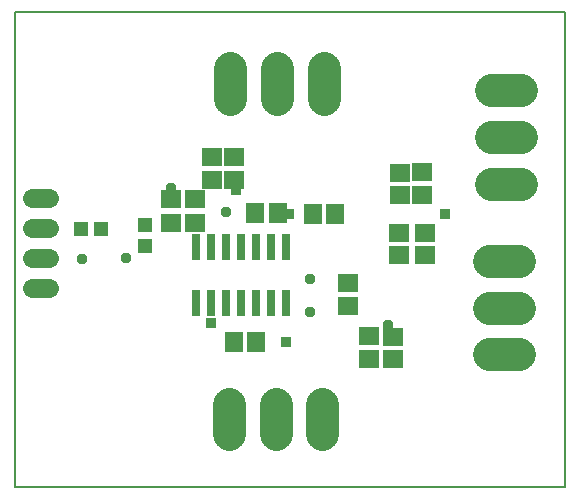
<source format=gts>
G75*
%MOIN*%
%OFA0B0*%
%FSLAX25Y25*%
%IPPOS*%
%LPD*%
%AMOC8*
5,1,8,0,0,1.08239X$1,22.5*
%
%ADD10C,0.00600*%
%ADD11C,0.10839*%
%ADD12R,0.04737X0.05131*%
%ADD13R,0.05131X0.04737*%
%ADD14R,0.06706X0.05918*%
%ADD15R,0.03000X0.08600*%
%ADD16C,0.06400*%
%ADD17R,0.07099X0.05918*%
%ADD18R,0.05918X0.06706*%
%ADD19C,0.03778*%
%ADD20R,0.03778X0.03778*%
D10*
X0035757Y0001300D02*
X0035757Y0159568D01*
X0219221Y0159568D01*
X0219221Y0001300D01*
X0035757Y0001300D01*
D11*
X0107135Y0018997D02*
X0107135Y0029036D01*
X0122725Y0029036D02*
X0122725Y0018997D01*
X0138316Y0018997D02*
X0138316Y0029036D01*
X0193965Y0045552D02*
X0204005Y0045552D01*
X0204005Y0061143D02*
X0193965Y0061143D01*
X0193965Y0076733D02*
X0204005Y0076733D01*
X0204398Y0102520D02*
X0194359Y0102520D01*
X0194359Y0118111D02*
X0204398Y0118111D01*
X0204398Y0133702D02*
X0194359Y0133702D01*
X0138788Y0130847D02*
X0138788Y0140887D01*
X0123198Y0140887D02*
X0123198Y0130847D01*
X0107607Y0130847D02*
X0107607Y0140887D01*
D12*
X0079143Y0088544D03*
X0079143Y0081851D03*
D13*
X0064654Y0087284D03*
X0057961Y0087284D03*
D14*
X0101583Y0103820D03*
X0108985Y0103859D03*
X0108985Y0111339D03*
X0101583Y0111300D03*
X0164221Y0106103D03*
X0171583Y0106221D03*
X0171583Y0098741D03*
X0164221Y0098623D03*
X0163749Y0086182D03*
X0172371Y0086143D03*
X0172371Y0078662D03*
X0163749Y0078702D03*
X0146780Y0069213D03*
X0146780Y0061733D03*
X0153828Y0051536D03*
X0161741Y0051497D03*
X0161741Y0044017D03*
X0153828Y0044056D03*
D15*
X0126032Y0062709D03*
X0121032Y0062709D03*
X0116032Y0062709D03*
X0111032Y0062709D03*
X0106032Y0062709D03*
X0101032Y0062709D03*
X0096032Y0062709D03*
X0096032Y0081309D03*
X0101032Y0081309D03*
X0106032Y0081309D03*
X0111032Y0081309D03*
X0116032Y0081309D03*
X0121032Y0081309D03*
X0126032Y0081309D03*
D16*
X0047100Y0077835D02*
X0041500Y0077835D01*
X0041500Y0067835D02*
X0047100Y0067835D01*
X0047100Y0087835D02*
X0041500Y0087835D01*
X0041500Y0097835D02*
X0047100Y0097835D01*
D17*
X0087725Y0097245D03*
X0095914Y0097245D03*
X0095914Y0089371D03*
X0087725Y0089371D03*
D18*
X0115875Y0092639D03*
X0123355Y0092639D03*
X0135166Y0092245D03*
X0142646Y0092245D03*
X0116269Y0049725D03*
X0108788Y0049725D03*
D19*
X0134182Y0059568D03*
X0134182Y0070591D03*
X0160166Y0055237D03*
X0106229Y0093032D03*
X0087725Y0100906D03*
X0072765Y0077678D03*
X0058198Y0077284D03*
D20*
X0101111Y0056024D03*
X0126308Y0049725D03*
X0127095Y0092245D03*
X0109379Y0100513D03*
X0179064Y0092245D03*
M02*

</source>
